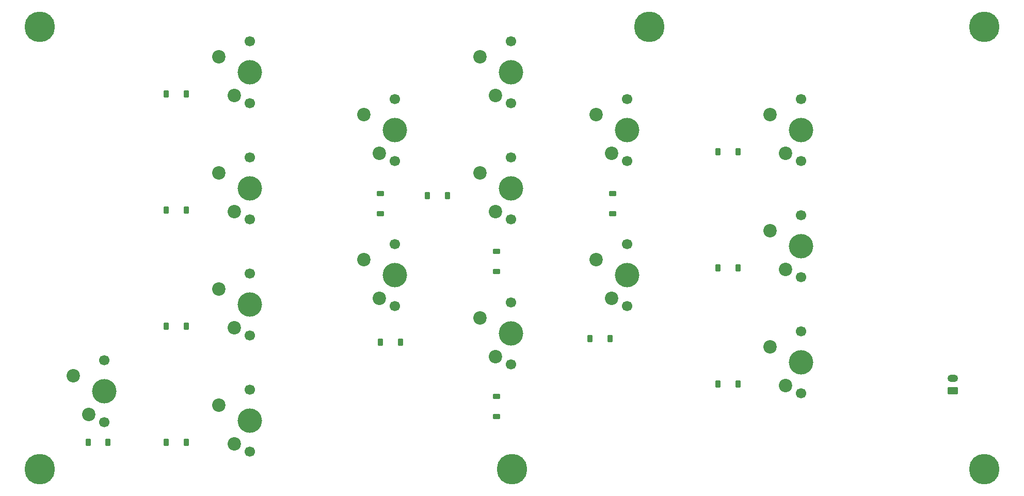
<source format=gbr>
%TF.GenerationSoftware,KiCad,Pcbnew,9.0.6*%
%TF.CreationDate,2026-01-24T17:24:49-08:00*%
%TF.ProjectId,board,626f6172-642e-46b6-9963-61645f706362,rev?*%
%TF.SameCoordinates,Original*%
%TF.FileFunction,Soldermask,Bot*%
%TF.FilePolarity,Negative*%
%FSLAX46Y46*%
G04 Gerber Fmt 4.6, Leading zero omitted, Abs format (unit mm)*
G04 Created by KiCad (PCBNEW 9.0.6) date 2026-01-24 17:24:49*
%MOMM*%
%LPD*%
G01*
G04 APERTURE LIST*
G04 Aperture macros list*
%AMRoundRect*
0 Rectangle with rounded corners*
0 $1 Rounding radius*
0 $2 $3 $4 $5 $6 $7 $8 $9 X,Y pos of 4 corners*
0 Add a 4 corners polygon primitive as box body*
4,1,4,$2,$3,$4,$5,$6,$7,$8,$9,$2,$3,0*
0 Add four circle primitives for the rounded corners*
1,1,$1+$1,$2,$3*
1,1,$1+$1,$4,$5*
1,1,$1+$1,$6,$7*
1,1,$1+$1,$8,$9*
0 Add four rect primitives between the rounded corners*
20,1,$1+$1,$2,$3,$4,$5,0*
20,1,$1+$1,$4,$5,$6,$7,0*
20,1,$1+$1,$6,$7,$8,$9,0*
20,1,$1+$1,$8,$9,$2,$3,0*%
G04 Aperture macros list end*
%ADD10C,1.700000*%
%ADD11C,4.000000*%
%ADD12C,2.200000*%
%ADD13C,5.000000*%
%ADD14RoundRect,0.225000X0.375000X-0.225000X0.375000X0.225000X-0.375000X0.225000X-0.375000X-0.225000X0*%
%ADD15RoundRect,0.225000X-0.225000X-0.375000X0.225000X-0.375000X0.225000X0.375000X-0.225000X0.375000X0*%
%ADD16RoundRect,0.250000X0.625000X-0.350000X0.625000X0.350000X-0.625000X0.350000X-0.625000X-0.350000X0*%
%ADD17O,1.750000X1.200000*%
%ADD18RoundRect,0.225000X0.225000X0.375000X-0.225000X0.375000X-0.225000X-0.375000X0.225000X-0.375000X0*%
G04 APERTURE END LIST*
D10*
%TO.C,SW9*%
X107315000Y-77470000D03*
D11*
X107315000Y-72390000D03*
D10*
X107315000Y-67310000D03*
D12*
X102235000Y-69850000D03*
X104775000Y-76200000D03*
%TD*%
D10*
%TO.C,SW7*%
X107315000Y-96520000D03*
D11*
X107315000Y-91440000D03*
D10*
X107315000Y-86360000D03*
D12*
X102235000Y-88900000D03*
X104775000Y-95250000D03*
%TD*%
D10*
%TO.C,SW1*%
X40640000Y-129857500D03*
D11*
X40640000Y-124777500D03*
D10*
X40640000Y-119697500D03*
D12*
X35560000Y-122237500D03*
X38100000Y-128587500D03*
%TD*%
D10*
%TO.C,SW13*%
X154940000Y-125095000D03*
D11*
X154940000Y-120015000D03*
D10*
X154940000Y-114935000D03*
D12*
X149860000Y-117475000D03*
X152400000Y-123825000D03*
%TD*%
D13*
%TO.C,H1*%
X30000000Y-65000000D03*
%TD*%
%TO.C,H4*%
X185000000Y-137500000D03*
%TD*%
%TO.C,H5*%
X107500000Y-137500000D03*
%TD*%
D10*
%TO.C,SW12*%
X107315000Y-120332500D03*
D11*
X107315000Y-115252500D03*
D10*
X107315000Y-110172500D03*
D12*
X102235000Y-112712500D03*
X104775000Y-119062500D03*
%TD*%
D10*
%TO.C,SW10*%
X126365000Y-86995000D03*
D11*
X126365000Y-81915000D03*
D10*
X126365000Y-76835000D03*
D12*
X121285000Y-79375000D03*
X123825000Y-85725000D03*
%TD*%
D10*
%TO.C,SW14*%
X154940000Y-106045000D03*
D11*
X154940000Y-100965000D03*
D10*
X154940000Y-95885000D03*
D12*
X149860000Y-98425000D03*
X152400000Y-104775000D03*
%TD*%
D10*
%TO.C,SW11*%
X88265000Y-110807500D03*
D11*
X88265000Y-105727500D03*
D10*
X88265000Y-100647500D03*
D12*
X83185000Y-103187500D03*
X85725000Y-109537500D03*
%TD*%
D10*
%TO.C,SW15*%
X154940000Y-86995000D03*
D11*
X154940000Y-81915000D03*
D10*
X154940000Y-76835000D03*
D12*
X149860000Y-79375000D03*
X152400000Y-85725000D03*
%TD*%
D13*
%TO.C,H3*%
X185000000Y-65000000D03*
%TD*%
D10*
%TO.C,SW5*%
X64452500Y-77470000D03*
D11*
X64452500Y-72390000D03*
D10*
X64452500Y-67310000D03*
D12*
X59372500Y-69850000D03*
X61912500Y-76200000D03*
%TD*%
D10*
%TO.C,SW3*%
X64452500Y-115570000D03*
D11*
X64452500Y-110490000D03*
D10*
X64452500Y-105410000D03*
D12*
X59372500Y-107950000D03*
X61912500Y-114300000D03*
%TD*%
D10*
%TO.C,SW4*%
X64452500Y-96520000D03*
D11*
X64452500Y-91440000D03*
D10*
X64452500Y-86360000D03*
D12*
X59372500Y-88900000D03*
X61912500Y-95250000D03*
%TD*%
D13*
%TO.C,H2*%
X30000000Y-137500000D03*
%TD*%
D10*
%TO.C,SW8*%
X88265000Y-86995000D03*
D11*
X88265000Y-81915000D03*
D10*
X88265000Y-76835000D03*
D12*
X83185000Y-79375000D03*
X85725000Y-85725000D03*
%TD*%
D10*
%TO.C,SW6*%
X126365000Y-110807500D03*
D11*
X126365000Y-105727500D03*
D10*
X126365000Y-100647500D03*
D12*
X121285000Y-103187500D03*
X123825000Y-109537500D03*
%TD*%
D10*
%TO.C,SW2*%
X64452500Y-134620000D03*
D11*
X64452500Y-129540000D03*
D10*
X64452500Y-124460000D03*
D12*
X59372500Y-127000000D03*
X61912500Y-133350000D03*
%TD*%
D13*
%TO.C,H6*%
X130000000Y-65000000D03*
%TD*%
D14*
%TO.C,D10*%
X123983856Y-95607111D03*
X123983856Y-92307111D03*
%TD*%
D15*
%TO.C,D15*%
X141247933Y-85486790D03*
X144547933Y-85486790D03*
%TD*%
%TO.C,D14*%
X141247933Y-104536806D03*
X144547933Y-104536806D03*
%TD*%
%TO.C,D13*%
X141247933Y-123586822D03*
X144547933Y-123586822D03*
%TD*%
%TO.C,D5*%
X50760357Y-75961782D03*
X54060357Y-75961782D03*
%TD*%
%TO.C,D3*%
X50760357Y-114061814D03*
X54060357Y-114061814D03*
%TD*%
D14*
%TO.C,D7*%
X104933840Y-105132119D03*
X104933840Y-101832119D03*
%TD*%
D15*
%TO.C,D6*%
X120253226Y-116086035D03*
X123553226Y-116086035D03*
%TD*%
D14*
%TO.C,D12*%
X104933812Y-128911043D03*
X104933812Y-125611043D03*
%TD*%
D15*
%TO.C,D2*%
X50760357Y-133111830D03*
X54060357Y-133111830D03*
%TD*%
%TO.C,D9*%
X93622893Y-92630546D03*
X96922893Y-92630546D03*
%TD*%
D14*
%TO.C,D8*%
X85883824Y-95607111D03*
X85883824Y-92307111D03*
%TD*%
D15*
%TO.C,D4*%
X50760357Y-95011798D03*
X54060357Y-95011798D03*
%TD*%
D16*
%TO.C,J1*%
X179784526Y-124634478D03*
D17*
X179784526Y-122634478D03*
%TD*%
D18*
%TO.C,D1*%
X41235321Y-133111870D03*
X37935321Y-133111870D03*
%TD*%
%TO.C,D11*%
X89183796Y-116681348D03*
X85883796Y-116681348D03*
%TD*%
M02*

</source>
